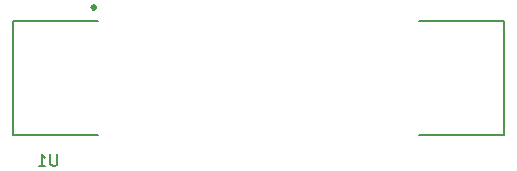
<source format=gbr>
%TF.GenerationSoftware,KiCad,Pcbnew,9.0.4-9.0.4-0~ubuntu24.04.1*%
%TF.CreationDate,2025-09-07T14:44:52-04:00*%
%TF.ProjectId,TCD1304Rev2,54434431-3330-4345-9265-76322e6b6963,rev?*%
%TF.SameCoordinates,PX7270e00PY7270e00*%
%TF.FileFunction,Legend,Bot*%
%TF.FilePolarity,Positive*%
%FSLAX46Y46*%
G04 Gerber Fmt 4.6, Leading zero omitted, Abs format (unit mm)*
G04 Created by KiCad (PCBNEW 9.0.4-9.0.4-0~ubuntu24.04.1) date 2025-09-07 14:44:52*
%MOMM*%
%LPD*%
G01*
G04 APERTURE LIST*
%ADD10C,0.150000*%
%ADD11C,0.300000*%
%ADD12C,0.127000*%
%ADD13C,1.700000*%
%ADD14R,1.700000X1.700000*%
%ADD15O,1.700000X1.700000*%
%ADD16C,1.290000*%
%ADD17R,1.290000X1.290000*%
%ADD18R,1.218000X1.218000*%
%ADD19C,1.218000*%
%ADD20C,1.600000*%
%ADD21C,5.600000*%
%ADD22C,0.800000*%
%ADD23C,1.000000*%
G04 APERTURE END LIST*
D10*
X22509738Y13544230D02*
X22509738Y12732705D01*
X22509738Y12732705D02*
X22462001Y12637231D01*
X22462001Y12637231D02*
X22414264Y12589494D01*
X22414264Y12589494D02*
X22318791Y12541758D01*
X22318791Y12541758D02*
X22127844Y12541758D01*
X22127844Y12541758D02*
X22032370Y12589494D01*
X22032370Y12589494D02*
X21984633Y12637231D01*
X21984633Y12637231D02*
X21936897Y12732705D01*
X21936897Y12732705D02*
X21936897Y13544230D01*
X20934424Y12541758D02*
X21507265Y12541758D01*
X21220845Y12541758D02*
X21220845Y13544230D01*
X21220845Y13544230D02*
X21316318Y13401019D01*
X21316318Y13401019D02*
X21411792Y13305546D01*
X21411792Y13305546D02*
X21507265Y13257809D01*
D11*
%TO.C,U1*%
X25750000Y25969000D02*
G75*
G02*
X25450000Y25969000I-150000J0D01*
G01*
X25450000Y25969000D02*
G75*
G02*
X25750000Y25969000I150000J0D01*
G01*
D12*
X60370000Y15174000D02*
X60370000Y24826000D01*
X60370000Y24826000D02*
X53159000Y24826000D01*
X53159000Y15174000D02*
X60370000Y15174000D01*
X25981000Y15174000D02*
X18770000Y15174000D01*
X18770000Y15174000D02*
X18770000Y24826000D01*
X18770000Y24826000D02*
X25981000Y24826000D01*
%TD*%
%LPC*%
D13*
%TO.C,J3*%
X57070000Y2500000D03*
X54530000Y2500000D03*
X51990000Y2500000D03*
X49450000Y2500000D03*
X46910000Y2500000D03*
X44370000Y2500000D03*
X41830000Y2500000D03*
X39290000Y2500000D03*
X36750000Y2500000D03*
X34210000Y2500000D03*
X31670000Y2500000D03*
X29130000Y2500000D03*
X26590000Y2500000D03*
X24050000Y2500000D03*
X21510000Y2500000D03*
D14*
X18970000Y2500000D03*
%TD*%
D15*
%TO.C,J2*%
X18950000Y37500000D03*
X21490000Y37500000D03*
X24030000Y37500000D03*
X26570000Y37500000D03*
X29110000Y37500000D03*
X31650000Y37500000D03*
X34190000Y37500000D03*
X36730000Y37500000D03*
X39270000Y37500000D03*
X41810000Y37500000D03*
X44350000Y37500000D03*
X46890000Y37500000D03*
X49430000Y37500000D03*
X51970000Y37500000D03*
X54510000Y37500000D03*
D14*
X57050000Y37500000D03*
%TD*%
D16*
%TO.C,U1*%
X26870000Y14920000D03*
X29410000Y14920000D03*
X31950000Y14920000D03*
X34490000Y14920000D03*
X37030000Y14920000D03*
X39570000Y14920000D03*
X42110000Y14920000D03*
X44650000Y14920000D03*
X47190000Y14920000D03*
X49730000Y14920000D03*
X52270000Y14920000D03*
X52270000Y25080000D03*
X49730000Y25080000D03*
X47190000Y25080000D03*
X44650000Y25080000D03*
X42110000Y25080000D03*
X39570000Y25080000D03*
X37030000Y25080000D03*
X34490000Y25080000D03*
X31950000Y25080000D03*
X29410000Y25080000D03*
D17*
X26870000Y25080000D03*
%TD*%
D18*
%TO.C,RV1*%
X6960000Y28100000D03*
D19*
X9500000Y28100000D03*
X12040000Y28100000D03*
%TD*%
D20*
%TO.C,U3*%
X67080000Y27620000D03*
X64540000Y27620000D03*
X62000000Y27620000D03*
X59460000Y27620000D03*
X56920000Y27620000D03*
X54380000Y27620000D03*
X51840000Y27620000D03*
X49300000Y27620000D03*
X46760000Y27620000D03*
X44220000Y27620000D03*
X41680000Y27620000D03*
X39140000Y27620000D03*
X36600000Y27620000D03*
X34060000Y27620000D03*
X34060000Y12380000D03*
X36600000Y12380000D03*
X39140000Y12380000D03*
X41680000Y12380000D03*
X44220000Y12380000D03*
X46760000Y12380000D03*
X49300000Y12380000D03*
X51840000Y12380000D03*
X54380000Y12380000D03*
X56920000Y12380000D03*
X59460000Y12380000D03*
X62000000Y12380000D03*
X64540000Y12380000D03*
X67080000Y12380000D03*
%TD*%
D21*
%TO.C,REF\u002A\u002A*%
X65500000Y4500000D03*
%TD*%
%TO.C,REF\u002A\u002A*%
X65500000Y35500000D03*
%TD*%
%TO.C,REF\u002A\u002A*%
X4500000Y35500000D03*
%TD*%
%TO.C,REF\u002A\u002A*%
X4500000Y4500000D03*
%TD*%
D22*
X6500000Y12750000D03*
X6500000Y14750000D03*
X44750000Y6500000D03*
X51500000Y6500000D03*
X23250000Y27500000D03*
D23*
X2500000Y22100000D03*
X11875000Y12750000D03*
X14800000Y22100000D03*
X11875000Y14750000D03*
D22*
X40157500Y9250000D03*
%LPD*%
M02*

</source>
